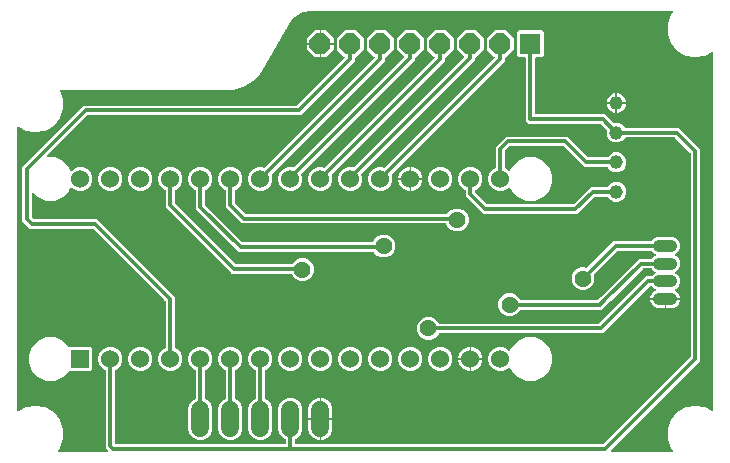
<source format=gbr>
G04 EAGLE Gerber RS-274X export*
G75*
%MOMM*%
%FSLAX34Y34*%
%LPD*%
%INBottom Copper*%
%IPPOS*%
%AMOC8*
5,1,8,0,0,1.08239X$1,22.5*%
G01*
G04 Define Apertures*
%ADD10R,1.524000X1.524000*%
%ADD11C,1.524000*%
%ADD12C,1.524000*%
%ADD13C,1.148000*%
%ADD14C,1.008000*%
%ADD15C,1.430000*%
%ADD16P,1.92449X8X292.5*%
%ADD17R,1.778000X1.778000*%
%ADD18C,0.304800*%
G36*
X48450Y-53280D02*
X48700Y-53108D01*
X48864Y-52853D01*
X48915Y-52554D01*
X48845Y-52259D01*
X48692Y-52039D01*
X46736Y-50083D01*
X46736Y15577D01*
X46676Y15874D01*
X46504Y16124D01*
X46266Y16281D01*
X45045Y16787D01*
X42187Y19645D01*
X40640Y23379D01*
X40640Y27421D01*
X42187Y31155D01*
X45045Y34013D01*
X48779Y35560D01*
X52821Y35560D01*
X56555Y34013D01*
X59413Y31155D01*
X60960Y27421D01*
X60960Y23379D01*
X59413Y19645D01*
X56555Y16787D01*
X55334Y16281D01*
X55083Y16112D01*
X54917Y15857D01*
X54864Y15577D01*
X54864Y-45974D01*
X54924Y-46271D01*
X55096Y-46521D01*
X55351Y-46685D01*
X55626Y-46736D01*
X198374Y-46736D01*
X198671Y-46676D01*
X198921Y-46504D01*
X199085Y-46249D01*
X199136Y-45974D01*
X199136Y-42843D01*
X199076Y-42546D01*
X198904Y-42296D01*
X198666Y-42139D01*
X197445Y-41633D01*
X194587Y-38775D01*
X193040Y-35041D01*
X193040Y-15759D01*
X194587Y-12025D01*
X197445Y-9167D01*
X201179Y-7620D01*
X205221Y-7620D01*
X208955Y-9167D01*
X211813Y-12025D01*
X213360Y-15759D01*
X213360Y-35041D01*
X211813Y-38775D01*
X208955Y-41633D01*
X207734Y-42139D01*
X207483Y-42308D01*
X207317Y-42563D01*
X207264Y-42843D01*
X207264Y-45974D01*
X207324Y-46271D01*
X207496Y-46521D01*
X207751Y-46685D01*
X208026Y-46736D01*
X467901Y-46736D01*
X468198Y-46676D01*
X468440Y-46513D01*
X541813Y26860D01*
X541980Y27113D01*
X542036Y27399D01*
X542036Y199368D01*
X541976Y199666D01*
X541813Y199907D01*
X529027Y212693D01*
X528774Y212860D01*
X528488Y212916D01*
X486988Y212916D01*
X486691Y212856D01*
X486441Y212684D01*
X486284Y212446D01*
X486219Y212290D01*
X483890Y209961D01*
X480847Y208700D01*
X477553Y208700D01*
X474510Y209961D01*
X472181Y212290D01*
X470920Y215333D01*
X470920Y218627D01*
X470985Y218783D01*
X471043Y219081D01*
X470980Y219377D01*
X470819Y219613D01*
X466120Y224313D01*
X465867Y224480D01*
X465581Y224536D01*
X404717Y224536D01*
X402336Y226917D01*
X402336Y279908D01*
X402276Y280205D01*
X402104Y280455D01*
X401849Y280619D01*
X401574Y280670D01*
X396458Y280670D01*
X394970Y282158D01*
X394970Y302042D01*
X396458Y303530D01*
X416342Y303530D01*
X417830Y302042D01*
X417830Y282158D01*
X416342Y280670D01*
X411226Y280670D01*
X410929Y280610D01*
X410679Y280438D01*
X410515Y280183D01*
X410464Y279908D01*
X410464Y233426D01*
X410524Y233129D01*
X410696Y232879D01*
X410951Y232715D01*
X411226Y232664D01*
X469263Y232664D01*
X476567Y225361D01*
X476820Y225193D01*
X477118Y225138D01*
X477397Y225195D01*
X477553Y225260D01*
X480847Y225260D01*
X483890Y223999D01*
X486219Y221670D01*
X486284Y221514D01*
X486454Y221263D01*
X486708Y221097D01*
X486988Y221044D01*
X532171Y221044D01*
X550164Y203051D01*
X550164Y23717D01*
X474408Y-52039D01*
X474241Y-52292D01*
X474185Y-52590D01*
X474250Y-52886D01*
X474426Y-53134D01*
X474684Y-53293D01*
X474947Y-53340D01*
X526417Y-53340D01*
X526715Y-53280D01*
X526965Y-53108D01*
X527128Y-52853D01*
X527179Y-52554D01*
X527109Y-52259D01*
X527001Y-52088D01*
X525327Y-50093D01*
X522478Y-42265D01*
X522478Y-33935D01*
X525327Y-26107D01*
X530682Y-19725D01*
X537896Y-15560D01*
X546100Y-14114D01*
X554304Y-15560D01*
X559997Y-18847D01*
X560285Y-18943D01*
X560587Y-18920D01*
X560856Y-18780D01*
X561050Y-18547D01*
X561140Y-18187D01*
X561140Y284887D01*
X561080Y285184D01*
X560908Y285435D01*
X560653Y285598D01*
X560354Y285649D01*
X559997Y285547D01*
X554304Y282260D01*
X546100Y280814D01*
X537896Y282260D01*
X530682Y286425D01*
X525327Y292807D01*
X522478Y300635D01*
X522478Y308965D01*
X525327Y316793D01*
X527001Y318788D01*
X527146Y319055D01*
X527175Y319357D01*
X527085Y319646D01*
X526888Y319877D01*
X526617Y320013D01*
X526417Y320040D01*
X231024Y320040D01*
X230850Y320020D01*
X230108Y319847D01*
X228995Y320030D01*
X228871Y320040D01*
X227744Y320040D01*
X227508Y320138D01*
X227227Y320195D01*
X219593Y320297D01*
X219368Y320266D01*
X211303Y317892D01*
X211097Y317796D01*
X205057Y313786D01*
X204820Y313535D01*
X178892Y269057D01*
X178818Y268883D01*
X178637Y268253D01*
X177870Y267287D01*
X177808Y267197D01*
X177187Y266131D01*
X176665Y265734D01*
X176530Y265602D01*
X174039Y262468D01*
X165173Y256410D01*
X154913Y253240D01*
X9180Y253240D01*
X8883Y253180D01*
X8633Y253008D01*
X8470Y252753D01*
X8419Y252454D01*
X8464Y252217D01*
X10922Y245465D01*
X10922Y237135D01*
X8073Y229307D01*
X2718Y222925D01*
X-4496Y218760D01*
X-12700Y217314D01*
X-20904Y218760D01*
X-26797Y222163D01*
X-27085Y222259D01*
X-27387Y222235D01*
X-27656Y222096D01*
X-27850Y221862D01*
X-27940Y221503D01*
X-27940Y-18303D01*
X-27880Y-18600D01*
X-27708Y-18850D01*
X-27453Y-19013D01*
X-27154Y-19064D01*
X-26797Y-18963D01*
X-20904Y-15560D01*
X-12700Y-14114D01*
X-4496Y-15560D01*
X2718Y-19725D01*
X8073Y-26107D01*
X10922Y-33935D01*
X10922Y-42265D01*
X8073Y-50093D01*
X6399Y-52088D01*
X6254Y-52355D01*
X6225Y-52657D01*
X6315Y-52946D01*
X6512Y-53177D01*
X6783Y-53313D01*
X6983Y-53340D01*
X48153Y-53340D01*
X48450Y-53280D01*
G37*
%LPC*%
G36*
X201179Y167640D02*
X197445Y169187D01*
X194587Y172045D01*
X193040Y175779D01*
X193040Y179821D01*
X194587Y183555D01*
X197445Y186413D01*
X201179Y187960D01*
X205221Y187960D01*
X205723Y187752D01*
X206021Y187694D01*
X206318Y187757D01*
X206554Y187917D01*
X299147Y280511D01*
X299315Y280764D01*
X299370Y281062D01*
X299305Y281358D01*
X299147Y281588D01*
X293370Y287366D01*
X293370Y296834D01*
X300066Y303530D01*
X309534Y303530D01*
X316230Y296834D01*
X316230Y287366D01*
X309511Y280647D01*
X309329Y280610D01*
X309079Y280438D01*
X308915Y280183D01*
X308864Y279908D01*
X308864Y278733D01*
X212722Y182591D01*
X212554Y182338D01*
X212499Y182040D01*
X212557Y181760D01*
X213360Y179821D01*
X213360Y175779D01*
X211813Y172045D01*
X208955Y169187D01*
X205221Y167640D01*
X201179Y167640D01*
G37*
G36*
X217170Y292862D02*
X217170Y296834D01*
X223866Y303530D01*
X227838Y303530D01*
X227838Y292862D01*
X217170Y292862D01*
G37*
G36*
X175779Y167640D02*
X172045Y169187D01*
X169187Y172045D01*
X167640Y175779D01*
X167640Y179821D01*
X169187Y183555D01*
X172045Y186413D01*
X175779Y187960D01*
X179821Y187960D01*
X181042Y187454D01*
X181339Y187396D01*
X181636Y187459D01*
X181872Y187620D01*
X274255Y280003D01*
X274423Y280256D01*
X274478Y280554D01*
X274413Y280850D01*
X274255Y281080D01*
X267970Y287366D01*
X267970Y296834D01*
X274666Y303530D01*
X284134Y303530D01*
X290830Y296834D01*
X290830Y287366D01*
X284111Y280647D01*
X283929Y280610D01*
X283679Y280438D01*
X283515Y280183D01*
X283464Y279908D01*
X283464Y277717D01*
X187620Y181872D01*
X187452Y181619D01*
X187396Y181321D01*
X187454Y181042D01*
X187960Y179821D01*
X187960Y175779D01*
X186413Y172045D01*
X183555Y169187D01*
X179821Y167640D01*
X175779Y167640D01*
G37*
G36*
X229362Y292862D02*
X229362Y303530D01*
X233334Y303530D01*
X240030Y296834D01*
X240030Y292862D01*
X229362Y292862D01*
G37*
G36*
X277379Y167640D02*
X273645Y169187D01*
X270787Y172045D01*
X269240Y175779D01*
X269240Y179821D01*
X270787Y183555D01*
X273645Y186413D01*
X277379Y187960D01*
X281421Y187960D01*
X282642Y187454D01*
X282939Y187396D01*
X283236Y187459D01*
X283472Y187620D01*
X375855Y280003D01*
X376023Y280256D01*
X376078Y280554D01*
X376013Y280850D01*
X375855Y281080D01*
X369570Y287366D01*
X369570Y296834D01*
X376266Y303530D01*
X385734Y303530D01*
X392430Y296834D01*
X392430Y287366D01*
X385711Y280647D01*
X385529Y280610D01*
X385279Y280438D01*
X385115Y280183D01*
X385064Y279908D01*
X385064Y277717D01*
X289220Y181872D01*
X289052Y181619D01*
X288996Y181321D01*
X289054Y181042D01*
X289560Y179821D01*
X289560Y175779D01*
X288013Y172045D01*
X285155Y169187D01*
X281421Y167640D01*
X277379Y167640D01*
G37*
G36*
X251979Y167640D02*
X248245Y169187D01*
X245387Y172045D01*
X243840Y175779D01*
X243840Y179821D01*
X245387Y183555D01*
X248245Y186413D01*
X251979Y187960D01*
X256021Y187960D01*
X256523Y187752D01*
X256821Y187694D01*
X257118Y187757D01*
X257354Y187917D01*
X349947Y280511D01*
X350115Y280764D01*
X350170Y281062D01*
X350105Y281358D01*
X349947Y281588D01*
X344170Y287366D01*
X344170Y296834D01*
X350866Y303530D01*
X360334Y303530D01*
X367030Y296834D01*
X367030Y287366D01*
X360311Y280647D01*
X360129Y280610D01*
X359879Y280438D01*
X359715Y280183D01*
X359664Y279908D01*
X359664Y278733D01*
X263522Y182591D01*
X263354Y182338D01*
X263299Y182040D01*
X263357Y181760D01*
X264160Y179821D01*
X264160Y175779D01*
X262613Y172045D01*
X259755Y169187D01*
X256021Y167640D01*
X251979Y167640D01*
G37*
G36*
X226579Y167640D02*
X222845Y169187D01*
X219987Y172045D01*
X218440Y175779D01*
X218440Y179821D01*
X219987Y183555D01*
X222845Y186413D01*
X226579Y187960D01*
X230621Y187960D01*
X231842Y187454D01*
X232139Y187396D01*
X232436Y187459D01*
X232672Y187620D01*
X325055Y280003D01*
X325223Y280256D01*
X325278Y280554D01*
X325213Y280850D01*
X325055Y281080D01*
X318770Y287366D01*
X318770Y296834D01*
X325466Y303530D01*
X334934Y303530D01*
X341630Y296834D01*
X341630Y287366D01*
X334911Y280647D01*
X334729Y280610D01*
X334479Y280438D01*
X334315Y280183D01*
X334264Y279908D01*
X334264Y277717D01*
X238420Y181872D01*
X238252Y181619D01*
X238196Y181321D01*
X238254Y181042D01*
X238760Y179821D01*
X238760Y175779D01*
X237213Y172045D01*
X234355Y169187D01*
X230621Y167640D01*
X226579Y167640D01*
G37*
G36*
X99579Y15240D02*
X95845Y16787D01*
X92987Y19645D01*
X91440Y23379D01*
X91440Y27421D01*
X92987Y31155D01*
X95845Y34013D01*
X97066Y34519D01*
X97317Y34688D01*
X97483Y34943D01*
X97536Y35223D01*
X97536Y74201D01*
X97476Y74498D01*
X97313Y74740D01*
X36640Y135413D01*
X36387Y135580D01*
X36101Y135636D01*
X-17174Y135636D01*
X-23998Y142460D01*
X-23998Y187740D01*
X28160Y239898D01*
X208435Y239898D01*
X208732Y239958D01*
X208974Y240121D01*
X248855Y280003D01*
X249023Y280256D01*
X249078Y280554D01*
X249013Y280850D01*
X248855Y281080D01*
X242570Y287366D01*
X242570Y296834D01*
X249266Y303530D01*
X258734Y303530D01*
X265430Y296834D01*
X265430Y287366D01*
X258711Y280647D01*
X258529Y280610D01*
X258279Y280438D01*
X258115Y280183D01*
X258064Y279908D01*
X258064Y277717D01*
X212117Y231770D01*
X31842Y231770D01*
X31545Y231710D01*
X31303Y231547D01*
X-2733Y197511D01*
X-2900Y197258D01*
X-2956Y196960D01*
X-2891Y196664D01*
X-2715Y196416D01*
X-2457Y196257D01*
X-2194Y196210D01*
X3662Y196210D01*
X10428Y193407D01*
X15607Y188228D01*
X16885Y185144D01*
X17055Y184892D01*
X17309Y184727D01*
X17607Y184673D01*
X17903Y184741D01*
X18128Y184896D01*
X19645Y186413D01*
X23379Y187960D01*
X27421Y187960D01*
X31155Y186413D01*
X34013Y183555D01*
X35560Y179821D01*
X35560Y175779D01*
X34013Y172045D01*
X31155Y169187D01*
X27421Y167640D01*
X23379Y167640D01*
X19645Y169187D01*
X18128Y170704D01*
X17875Y170871D01*
X17577Y170927D01*
X17281Y170862D01*
X17033Y170686D01*
X16885Y170457D01*
X15607Y167372D01*
X10428Y162193D01*
X3662Y159390D01*
X-3662Y159390D01*
X-10428Y162193D01*
X-14569Y166334D01*
X-14822Y166501D01*
X-15120Y166557D01*
X-15416Y166492D01*
X-15664Y166316D01*
X-15823Y166058D01*
X-15870Y165795D01*
X-15870Y146142D01*
X-15810Y145845D01*
X-15647Y145603D01*
X-14031Y143987D01*
X-13778Y143820D01*
X-13492Y143764D01*
X39783Y143764D01*
X105664Y77883D01*
X105664Y35223D01*
X105724Y34926D01*
X105896Y34676D01*
X106134Y34519D01*
X107355Y34013D01*
X110213Y31155D01*
X111760Y27421D01*
X111760Y23379D01*
X110213Y19645D01*
X107355Y16787D01*
X103621Y15240D01*
X99579Y15240D01*
G37*
G36*
X229362Y280670D02*
X229362Y291338D01*
X240030Y291338D01*
X240030Y287366D01*
X233334Y280670D01*
X229362Y280670D01*
G37*
G36*
X223866Y280670D02*
X217170Y287366D01*
X217170Y291338D01*
X227838Y291338D01*
X227838Y280670D01*
X223866Y280670D01*
G37*
G36*
X470920Y242742D02*
X470920Y243627D01*
X472181Y246670D01*
X474510Y248999D01*
X477553Y250260D01*
X478438Y250260D01*
X478438Y242742D01*
X470920Y242742D01*
G37*
G36*
X479962Y242742D02*
X479962Y250260D01*
X480847Y250260D01*
X483890Y248999D01*
X486219Y246670D01*
X487480Y243627D01*
X487480Y242742D01*
X479962Y242742D01*
G37*
G36*
X477553Y233700D02*
X474510Y234961D01*
X472181Y237290D01*
X470920Y240333D01*
X470920Y241218D01*
X478438Y241218D01*
X478438Y233700D01*
X477553Y233700D01*
G37*
G36*
X479962Y233700D02*
X479962Y241218D01*
X487480Y241218D01*
X487480Y240333D01*
X486219Y237290D01*
X483890Y234961D01*
X480847Y233700D01*
X479962Y233700D01*
G37*
G36*
X402738Y159390D02*
X395972Y162193D01*
X390793Y167372D01*
X389515Y170457D01*
X389345Y170708D01*
X389091Y170873D01*
X388793Y170927D01*
X388497Y170859D01*
X388272Y170704D01*
X386755Y169187D01*
X383021Y167640D01*
X378979Y167640D01*
X375245Y169187D01*
X372387Y172045D01*
X370840Y175779D01*
X370840Y179821D01*
X372387Y183555D01*
X375245Y186413D01*
X376466Y186919D01*
X376717Y187088D01*
X376883Y187343D01*
X376936Y187623D01*
X376936Y205127D01*
X385545Y213736D01*
X437791Y213736D01*
X455260Y196267D01*
X455513Y196100D01*
X455799Y196044D01*
X471412Y196044D01*
X471709Y196104D01*
X471959Y196276D01*
X472116Y196514D01*
X472181Y196670D01*
X474510Y198999D01*
X477553Y200260D01*
X480847Y200260D01*
X483890Y198999D01*
X486219Y196670D01*
X487480Y193627D01*
X487480Y190333D01*
X486219Y187290D01*
X483890Y184961D01*
X480847Y183700D01*
X477553Y183700D01*
X474510Y184961D01*
X472181Y187290D01*
X472116Y187446D01*
X471947Y187697D01*
X471692Y187863D01*
X471412Y187916D01*
X452117Y187916D01*
X434648Y205385D01*
X434395Y205552D01*
X434109Y205608D01*
X389227Y205608D01*
X388930Y205548D01*
X388688Y205385D01*
X385287Y201984D01*
X385120Y201731D01*
X385064Y201445D01*
X385064Y187623D01*
X385124Y187326D01*
X385296Y187076D01*
X385534Y186919D01*
X386755Y186413D01*
X388272Y184896D01*
X388525Y184729D01*
X388823Y184673D01*
X389119Y184738D01*
X389367Y184914D01*
X389515Y185144D01*
X390793Y188228D01*
X395972Y193407D01*
X402738Y196210D01*
X410062Y196210D01*
X416828Y193407D01*
X422007Y188228D01*
X424810Y181462D01*
X424810Y174138D01*
X422007Y167372D01*
X416828Y162193D01*
X410062Y159390D01*
X402738Y159390D01*
G37*
G36*
X48779Y167640D02*
X45045Y169187D01*
X42187Y172045D01*
X40640Y175779D01*
X40640Y179821D01*
X42187Y183555D01*
X45045Y186413D01*
X48779Y187960D01*
X52821Y187960D01*
X56555Y186413D01*
X59413Y183555D01*
X60960Y179821D01*
X60960Y175779D01*
X59413Y172045D01*
X56555Y169187D01*
X52821Y167640D01*
X48779Y167640D01*
G37*
G36*
X305562Y178562D02*
X305562Y187960D01*
X306821Y187960D01*
X310555Y186413D01*
X313413Y183555D01*
X314960Y179821D01*
X314960Y178562D01*
X305562Y178562D01*
G37*
G36*
X328179Y167640D02*
X324445Y169187D01*
X321587Y172045D01*
X320040Y175779D01*
X320040Y179821D01*
X321587Y183555D01*
X324445Y186413D01*
X328179Y187960D01*
X332221Y187960D01*
X335955Y186413D01*
X338813Y183555D01*
X340360Y179821D01*
X340360Y175779D01*
X338813Y172045D01*
X335955Y169187D01*
X332221Y167640D01*
X328179Y167640D01*
G37*
G36*
X211482Y91360D02*
X207920Y92835D01*
X205194Y95561D01*
X204571Y97066D01*
X204402Y97317D01*
X204147Y97483D01*
X203867Y97536D01*
X153765Y97536D01*
X97536Y153765D01*
X97536Y167977D01*
X97476Y168274D01*
X97304Y168524D01*
X97066Y168681D01*
X95845Y169187D01*
X92987Y172045D01*
X91440Y175779D01*
X91440Y179821D01*
X92987Y183555D01*
X95845Y186413D01*
X99579Y187960D01*
X103621Y187960D01*
X107355Y186413D01*
X110213Y183555D01*
X111760Y179821D01*
X111760Y175779D01*
X110213Y172045D01*
X107355Y169187D01*
X106134Y168681D01*
X105883Y168512D01*
X105717Y168257D01*
X105664Y167977D01*
X105664Y157447D01*
X105724Y157150D01*
X105887Y156908D01*
X156908Y105887D01*
X157161Y105720D01*
X157447Y105664D01*
X204323Y105664D01*
X204620Y105724D01*
X204870Y105896D01*
X205027Y106134D01*
X205194Y106539D01*
X207920Y109265D01*
X211482Y110740D01*
X215337Y110740D01*
X218898Y109265D01*
X221624Y106539D01*
X223099Y102977D01*
X223099Y99122D01*
X221624Y95561D01*
X218898Y92835D01*
X215337Y91360D01*
X211482Y91360D01*
G37*
G36*
X74179Y167640D02*
X70445Y169187D01*
X67587Y172045D01*
X66040Y175779D01*
X66040Y179821D01*
X67587Y183555D01*
X70445Y186413D01*
X74179Y187960D01*
X78221Y187960D01*
X81955Y186413D01*
X84813Y183555D01*
X86360Y179821D01*
X86360Y175779D01*
X84813Y172045D01*
X81955Y169187D01*
X78221Y167640D01*
X74179Y167640D01*
G37*
G36*
X294640Y178562D02*
X294640Y179821D01*
X296187Y183555D01*
X299045Y186413D01*
X302779Y187960D01*
X304038Y187960D01*
X304038Y178562D01*
X294640Y178562D01*
G37*
G36*
X280374Y111310D02*
X276812Y112785D01*
X274086Y115511D01*
X273941Y115862D01*
X273772Y116113D01*
X273517Y116279D01*
X273237Y116332D01*
X159353Y116332D01*
X122936Y152749D01*
X122936Y167977D01*
X122876Y168274D01*
X122704Y168524D01*
X122466Y168681D01*
X121245Y169187D01*
X118387Y172045D01*
X116840Y175779D01*
X116840Y179821D01*
X118387Y183555D01*
X121245Y186413D01*
X124979Y187960D01*
X129021Y187960D01*
X132755Y186413D01*
X135613Y183555D01*
X137160Y179821D01*
X137160Y175779D01*
X135613Y172045D01*
X132755Y169187D01*
X131534Y168681D01*
X131283Y168512D01*
X131117Y168257D01*
X131064Y167977D01*
X131064Y156431D01*
X131124Y156134D01*
X131287Y155892D01*
X162496Y124683D01*
X162749Y124516D01*
X163035Y124460D01*
X272737Y124460D01*
X273034Y124520D01*
X273284Y124692D01*
X273441Y124930D01*
X274086Y126489D01*
X276812Y129215D01*
X280374Y130690D01*
X284229Y130690D01*
X287790Y129215D01*
X290516Y126489D01*
X291991Y122927D01*
X291991Y119072D01*
X290516Y115511D01*
X287790Y112785D01*
X284229Y111310D01*
X280374Y111310D01*
G37*
G36*
X366617Y148336D02*
X351536Y163417D01*
X351536Y167977D01*
X351476Y168274D01*
X351304Y168524D01*
X351066Y168681D01*
X349845Y169187D01*
X346987Y172045D01*
X345440Y175779D01*
X345440Y179821D01*
X346987Y183555D01*
X349845Y186413D01*
X353579Y187960D01*
X357621Y187960D01*
X361355Y186413D01*
X364213Y183555D01*
X365760Y179821D01*
X365760Y175779D01*
X364213Y172045D01*
X361355Y169187D01*
X360134Y168681D01*
X359883Y168512D01*
X359717Y168257D01*
X359664Y167977D01*
X359664Y167099D01*
X359724Y166802D01*
X359887Y166560D01*
X369760Y156687D01*
X370013Y156520D01*
X370299Y156464D01*
X442501Y156464D01*
X442798Y156524D01*
X443040Y156687D01*
X457397Y171044D01*
X471412Y171044D01*
X471709Y171104D01*
X471959Y171276D01*
X472116Y171514D01*
X472181Y171670D01*
X474510Y173999D01*
X477553Y175260D01*
X480847Y175260D01*
X483890Y173999D01*
X486219Y171670D01*
X487480Y168627D01*
X487480Y165333D01*
X486219Y162290D01*
X483890Y159961D01*
X480847Y158700D01*
X477553Y158700D01*
X474510Y159961D01*
X472181Y162290D01*
X472116Y162446D01*
X471947Y162697D01*
X471692Y162863D01*
X471412Y162916D01*
X461079Y162916D01*
X460782Y162856D01*
X460540Y162693D01*
X446183Y148336D01*
X366617Y148336D01*
G37*
G36*
X342419Y133398D02*
X338858Y134873D01*
X336132Y137599D01*
X335246Y139738D01*
X335077Y139989D01*
X334823Y140155D01*
X334542Y140208D01*
X161893Y140208D01*
X148336Y153765D01*
X148336Y167977D01*
X148276Y168274D01*
X148104Y168524D01*
X147866Y168681D01*
X146645Y169187D01*
X143787Y172045D01*
X142240Y175779D01*
X142240Y179821D01*
X143787Y183555D01*
X146645Y186413D01*
X150379Y187960D01*
X154421Y187960D01*
X158155Y186413D01*
X161013Y183555D01*
X162560Y179821D01*
X162560Y175779D01*
X161013Y172045D01*
X158155Y169187D01*
X156934Y168681D01*
X156683Y168512D01*
X156517Y168257D01*
X156464Y167977D01*
X156464Y157447D01*
X156524Y157150D01*
X156687Y156908D01*
X165036Y148559D01*
X165289Y148392D01*
X165575Y148336D01*
X335576Y148336D01*
X335873Y148396D01*
X336115Y148559D01*
X338858Y151303D01*
X342419Y152778D01*
X346274Y152778D01*
X349836Y151303D01*
X352562Y148577D01*
X354037Y145015D01*
X354037Y141160D01*
X352562Y137599D01*
X349836Y134873D01*
X346274Y133398D01*
X342419Y133398D01*
G37*
G36*
X302779Y167640D02*
X299045Y169187D01*
X296187Y172045D01*
X294640Y175779D01*
X294640Y177038D01*
X304038Y177038D01*
X304038Y167640D01*
X302779Y167640D01*
G37*
G36*
X305562Y167640D02*
X305562Y177038D01*
X314960Y177038D01*
X314960Y175779D01*
X313413Y172045D01*
X310555Y169187D01*
X306821Y167640D01*
X305562Y167640D01*
G37*
G36*
X318063Y41660D02*
X314502Y43135D01*
X311776Y45861D01*
X310301Y49423D01*
X310301Y53278D01*
X311776Y56839D01*
X314502Y59565D01*
X318063Y61040D01*
X321918Y61040D01*
X325480Y59565D01*
X328206Y56839D01*
X328601Y55884D01*
X328771Y55633D01*
X329025Y55467D01*
X329305Y55414D01*
X464314Y55414D01*
X464611Y55474D01*
X464852Y55637D01*
X504479Y95264D01*
X508689Y95264D01*
X508986Y95324D01*
X509227Y95487D01*
X511366Y97626D01*
X512260Y97996D01*
X512511Y98166D01*
X512676Y98420D01*
X512730Y98718D01*
X512662Y99014D01*
X512485Y99260D01*
X512260Y99404D01*
X511366Y99774D01*
X509227Y101913D01*
X508975Y102080D01*
X508689Y102136D01*
X501899Y102136D01*
X501602Y102076D01*
X501360Y101913D01*
X474270Y74823D01*
X474107Y74577D01*
X466766Y67236D01*
X398197Y67236D01*
X397900Y67176D01*
X397650Y67004D01*
X397493Y66766D01*
X397098Y65811D01*
X394372Y63085D01*
X390810Y61610D01*
X386955Y61610D01*
X383394Y63085D01*
X380668Y65811D01*
X379193Y69373D01*
X379193Y73227D01*
X380668Y76789D01*
X383394Y79515D01*
X386955Y80990D01*
X390810Y80990D01*
X394372Y79515D01*
X397098Y76789D01*
X397493Y75834D01*
X397663Y75583D01*
X397917Y75417D01*
X398197Y75364D01*
X463084Y75364D01*
X463381Y75424D01*
X463623Y75587D01*
X465613Y77577D01*
X465775Y77823D01*
X498217Y110264D01*
X508689Y110264D01*
X508986Y110324D01*
X509227Y110487D01*
X511366Y112626D01*
X512260Y112996D01*
X512511Y113166D01*
X512676Y113420D01*
X512730Y113718D01*
X512662Y114014D01*
X512485Y114260D01*
X512260Y114404D01*
X511366Y114774D01*
X509227Y116913D01*
X508975Y117080D01*
X508689Y117136D01*
X480740Y117136D01*
X480443Y117076D01*
X480201Y116913D01*
X460389Y97100D01*
X460221Y96847D01*
X460165Y96549D01*
X460223Y96270D01*
X460619Y95315D01*
X460619Y91460D01*
X459143Y87899D01*
X456418Y85173D01*
X452856Y83698D01*
X449001Y83698D01*
X445440Y85173D01*
X442714Y87899D01*
X441239Y91460D01*
X441239Y95315D01*
X442714Y98877D01*
X445440Y101603D01*
X449001Y103078D01*
X452856Y103078D01*
X453811Y102682D01*
X454108Y102625D01*
X454405Y102687D01*
X454641Y102848D01*
X477057Y125264D01*
X508689Y125264D01*
X508986Y125324D01*
X509227Y125487D01*
X511366Y127626D01*
X514152Y128780D01*
X527248Y128780D01*
X530034Y127626D01*
X532166Y125494D01*
X533320Y122708D01*
X533320Y119692D01*
X532166Y116906D01*
X530034Y114774D01*
X529141Y114404D01*
X528889Y114235D01*
X528724Y113980D01*
X528670Y113682D01*
X528738Y113386D01*
X528915Y113140D01*
X529141Y112996D01*
X530034Y112626D01*
X532166Y110494D01*
X533320Y107708D01*
X533320Y104692D01*
X532166Y101906D01*
X530034Y99774D01*
X529141Y99404D01*
X528889Y99235D01*
X528724Y98980D01*
X528670Y98682D01*
X528738Y98386D01*
X528915Y98140D01*
X529141Y97996D01*
X530034Y97626D01*
X532166Y95494D01*
X533320Y92708D01*
X533320Y89692D01*
X532166Y86906D01*
X530034Y84774D01*
X529141Y84404D01*
X528889Y84235D01*
X528724Y83980D01*
X528670Y83682D01*
X528738Y83386D01*
X528915Y83140D01*
X529141Y82996D01*
X530034Y82626D01*
X532166Y80494D01*
X533320Y77708D01*
X533320Y76962D01*
X508080Y76962D01*
X508080Y77708D01*
X509234Y80494D01*
X511366Y82626D01*
X512260Y82996D01*
X512511Y83166D01*
X512676Y83420D01*
X512730Y83718D01*
X512662Y84014D01*
X512485Y84260D01*
X512260Y84404D01*
X511366Y84774D01*
X509227Y86913D01*
X508975Y87080D01*
X508689Y87136D01*
X508162Y87136D01*
X507864Y87076D01*
X507623Y86913D01*
X467996Y47286D01*
X329305Y47286D01*
X329008Y47226D01*
X328758Y47054D01*
X328601Y46816D01*
X328206Y45861D01*
X325480Y43135D01*
X321918Y41660D01*
X318063Y41660D01*
G37*
G36*
X521462Y68620D02*
X521462Y75438D01*
X533320Y75438D01*
X533320Y74692D01*
X532166Y71906D01*
X530034Y69774D01*
X527248Y68620D01*
X521462Y68620D01*
G37*
G36*
X514152Y68620D02*
X511366Y69774D01*
X509234Y71906D01*
X508080Y74692D01*
X508080Y75438D01*
X519938Y75438D01*
X519938Y68620D01*
X514152Y68620D01*
G37*
G36*
X402738Y6990D02*
X395972Y9793D01*
X390793Y14972D01*
X389515Y18057D01*
X389345Y18308D01*
X389091Y18473D01*
X388793Y18527D01*
X388497Y18459D01*
X388272Y18304D01*
X386755Y16787D01*
X383021Y15240D01*
X378979Y15240D01*
X375245Y16787D01*
X372387Y19645D01*
X370840Y23379D01*
X370840Y27421D01*
X372387Y31155D01*
X375245Y34013D01*
X378979Y35560D01*
X383021Y35560D01*
X386755Y34013D01*
X388272Y32496D01*
X388525Y32329D01*
X388823Y32273D01*
X389119Y32338D01*
X389367Y32514D01*
X389515Y32744D01*
X390793Y35828D01*
X395972Y41007D01*
X402738Y43810D01*
X410062Y43810D01*
X416828Y41007D01*
X422007Y35828D01*
X424810Y29062D01*
X424810Y21738D01*
X422007Y14972D01*
X416828Y9793D01*
X410062Y6990D01*
X402738Y6990D01*
G37*
G36*
X-3662Y6990D02*
X-10428Y9793D01*
X-15607Y14972D01*
X-18410Y21738D01*
X-18410Y29062D01*
X-15607Y35828D01*
X-10428Y41007D01*
X-3662Y43810D01*
X3662Y43810D01*
X10428Y41007D01*
X15664Y35772D01*
X15747Y35648D01*
X16001Y35483D01*
X16300Y35430D01*
X16596Y35497D01*
X16687Y35560D01*
X34072Y35560D01*
X35560Y34072D01*
X35560Y16728D01*
X34072Y15240D01*
X16681Y15240D01*
X16568Y15315D01*
X16270Y15371D01*
X15973Y15305D01*
X15726Y15130D01*
X15654Y15018D01*
X10428Y9793D01*
X3662Y6990D01*
X-3662Y6990D01*
G37*
G36*
X328179Y15240D02*
X324445Y16787D01*
X321587Y19645D01*
X320040Y23379D01*
X320040Y27421D01*
X321587Y31155D01*
X324445Y34013D01*
X328179Y35560D01*
X332221Y35560D01*
X335955Y34013D01*
X338813Y31155D01*
X340360Y27421D01*
X340360Y23379D01*
X338813Y19645D01*
X335955Y16787D01*
X332221Y15240D01*
X328179Y15240D01*
G37*
G36*
X277379Y15240D02*
X273645Y16787D01*
X270787Y19645D01*
X269240Y23379D01*
X269240Y27421D01*
X270787Y31155D01*
X273645Y34013D01*
X277379Y35560D01*
X281421Y35560D01*
X285155Y34013D01*
X288013Y31155D01*
X289560Y27421D01*
X289560Y23379D01*
X288013Y19645D01*
X285155Y16787D01*
X281421Y15240D01*
X277379Y15240D01*
G37*
G36*
X302779Y15240D02*
X299045Y16787D01*
X296187Y19645D01*
X294640Y23379D01*
X294640Y27421D01*
X296187Y31155D01*
X299045Y34013D01*
X302779Y35560D01*
X306821Y35560D01*
X310555Y34013D01*
X313413Y31155D01*
X314960Y27421D01*
X314960Y23379D01*
X313413Y19645D01*
X310555Y16787D01*
X306821Y15240D01*
X302779Y15240D01*
G37*
G36*
X345440Y26162D02*
X345440Y27421D01*
X346987Y31155D01*
X349845Y34013D01*
X353579Y35560D01*
X354838Y35560D01*
X354838Y26162D01*
X345440Y26162D01*
G37*
G36*
X251979Y15240D02*
X248245Y16787D01*
X245387Y19645D01*
X243840Y23379D01*
X243840Y27421D01*
X245387Y31155D01*
X248245Y34013D01*
X251979Y35560D01*
X256021Y35560D01*
X259755Y34013D01*
X262613Y31155D01*
X264160Y27421D01*
X264160Y23379D01*
X262613Y19645D01*
X259755Y16787D01*
X256021Y15240D01*
X251979Y15240D01*
G37*
G36*
X226579Y15240D02*
X222845Y16787D01*
X219987Y19645D01*
X218440Y23379D01*
X218440Y27421D01*
X219987Y31155D01*
X222845Y34013D01*
X226579Y35560D01*
X230621Y35560D01*
X234355Y34013D01*
X237213Y31155D01*
X238760Y27421D01*
X238760Y23379D01*
X237213Y19645D01*
X234355Y16787D01*
X230621Y15240D01*
X226579Y15240D01*
G37*
G36*
X201179Y15240D02*
X197445Y16787D01*
X194587Y19645D01*
X193040Y23379D01*
X193040Y27421D01*
X194587Y31155D01*
X197445Y34013D01*
X201179Y35560D01*
X205221Y35560D01*
X208955Y34013D01*
X211813Y31155D01*
X213360Y27421D01*
X213360Y23379D01*
X211813Y19645D01*
X208955Y16787D01*
X205221Y15240D01*
X201179Y15240D01*
G37*
G36*
X175779Y-43180D02*
X172045Y-41633D01*
X169187Y-38775D01*
X167640Y-35041D01*
X167640Y-15759D01*
X169187Y-12025D01*
X172045Y-9167D01*
X173266Y-8661D01*
X173517Y-8492D01*
X173683Y-8237D01*
X173736Y-7957D01*
X173736Y15577D01*
X173676Y15874D01*
X173504Y16124D01*
X173266Y16281D01*
X172045Y16787D01*
X169187Y19645D01*
X167640Y23379D01*
X167640Y27421D01*
X169187Y31155D01*
X172045Y34013D01*
X175779Y35560D01*
X179821Y35560D01*
X183555Y34013D01*
X186413Y31155D01*
X187960Y27421D01*
X187960Y23379D01*
X186413Y19645D01*
X183555Y16787D01*
X182334Y16281D01*
X182083Y16112D01*
X181917Y15857D01*
X181864Y15577D01*
X181864Y-7957D01*
X181924Y-8254D01*
X182096Y-8504D01*
X182334Y-8661D01*
X183555Y-9167D01*
X186413Y-12025D01*
X187960Y-15759D01*
X187960Y-35041D01*
X186413Y-38775D01*
X183555Y-41633D01*
X179821Y-43180D01*
X175779Y-43180D01*
G37*
G36*
X150379Y-43180D02*
X146645Y-41633D01*
X143787Y-38775D01*
X142240Y-35041D01*
X142240Y-15759D01*
X143787Y-12025D01*
X146645Y-9167D01*
X147866Y-8661D01*
X148117Y-8492D01*
X148283Y-8237D01*
X148336Y-7957D01*
X148336Y15577D01*
X148276Y15874D01*
X148104Y16124D01*
X147866Y16281D01*
X146645Y16787D01*
X143787Y19645D01*
X142240Y23379D01*
X142240Y27421D01*
X143787Y31155D01*
X146645Y34013D01*
X150379Y35560D01*
X154421Y35560D01*
X158155Y34013D01*
X161013Y31155D01*
X162560Y27421D01*
X162560Y23379D01*
X161013Y19645D01*
X158155Y16787D01*
X156934Y16281D01*
X156683Y16112D01*
X156517Y15857D01*
X156464Y15577D01*
X156464Y-7957D01*
X156524Y-8254D01*
X156696Y-8504D01*
X156934Y-8661D01*
X158155Y-9167D01*
X161013Y-12025D01*
X162560Y-15759D01*
X162560Y-35041D01*
X161013Y-38775D01*
X158155Y-41633D01*
X154421Y-43180D01*
X150379Y-43180D01*
G37*
G36*
X124979Y-43180D02*
X121245Y-41633D01*
X118387Y-38775D01*
X116840Y-35041D01*
X116840Y-15759D01*
X118387Y-12025D01*
X121245Y-9167D01*
X122466Y-8661D01*
X122717Y-8492D01*
X122883Y-8237D01*
X122936Y-7957D01*
X122936Y15577D01*
X122876Y15874D01*
X122704Y16124D01*
X122466Y16281D01*
X121245Y16787D01*
X118387Y19645D01*
X116840Y23379D01*
X116840Y27421D01*
X118387Y31155D01*
X121245Y34013D01*
X124979Y35560D01*
X129021Y35560D01*
X132755Y34013D01*
X135613Y31155D01*
X137160Y27421D01*
X137160Y23379D01*
X135613Y19645D01*
X132755Y16787D01*
X131534Y16281D01*
X131283Y16112D01*
X131117Y15857D01*
X131064Y15577D01*
X131064Y-7957D01*
X131124Y-8254D01*
X131296Y-8504D01*
X131534Y-8661D01*
X132755Y-9167D01*
X135613Y-12025D01*
X137160Y-15759D01*
X137160Y-35041D01*
X135613Y-38775D01*
X132755Y-41633D01*
X129021Y-43180D01*
X124979Y-43180D01*
G37*
G36*
X74179Y15240D02*
X70445Y16787D01*
X67587Y19645D01*
X66040Y23379D01*
X66040Y27421D01*
X67587Y31155D01*
X70445Y34013D01*
X74179Y35560D01*
X78221Y35560D01*
X81955Y34013D01*
X84813Y31155D01*
X86360Y27421D01*
X86360Y23379D01*
X84813Y19645D01*
X81955Y16787D01*
X78221Y15240D01*
X74179Y15240D01*
G37*
G36*
X356362Y26162D02*
X356362Y35560D01*
X357621Y35560D01*
X361355Y34013D01*
X364213Y31155D01*
X365760Y27421D01*
X365760Y26162D01*
X356362Y26162D01*
G37*
G36*
X356362Y15240D02*
X356362Y24638D01*
X365760Y24638D01*
X365760Y23379D01*
X364213Y19645D01*
X361355Y16787D01*
X357621Y15240D01*
X356362Y15240D01*
G37*
G36*
X353579Y15240D02*
X349845Y16787D01*
X346987Y19645D01*
X345440Y23379D01*
X345440Y24638D01*
X354838Y24638D01*
X354838Y15240D01*
X353579Y15240D01*
G37*
G36*
X218440Y-24638D02*
X218440Y-15759D01*
X219987Y-12025D01*
X222845Y-9167D01*
X226579Y-7620D01*
X227838Y-7620D01*
X227838Y-24638D01*
X218440Y-24638D01*
G37*
G36*
X229362Y-24638D02*
X229362Y-7620D01*
X230621Y-7620D01*
X234355Y-9167D01*
X237213Y-12025D01*
X238760Y-15759D01*
X238760Y-24638D01*
X229362Y-24638D01*
G37*
G36*
X229362Y-43180D02*
X229362Y-26162D01*
X238760Y-26162D01*
X238760Y-35041D01*
X237213Y-38775D01*
X234355Y-41633D01*
X230621Y-43180D01*
X229362Y-43180D01*
G37*
G36*
X226579Y-43180D02*
X222845Y-41633D01*
X219987Y-38775D01*
X218440Y-35041D01*
X218440Y-26162D01*
X227838Y-26162D01*
X227838Y-43180D01*
X226579Y-43180D01*
G37*
%LPD*%
D10*
X25400Y25400D03*
D11*
X50800Y25400D03*
X76200Y25400D03*
X101600Y25400D03*
X127000Y25400D03*
X152400Y25400D03*
X177800Y25400D03*
X203200Y25400D03*
X228600Y25400D03*
X254000Y25400D03*
X279400Y25400D03*
X304800Y25400D03*
X330200Y25400D03*
X355600Y25400D03*
X381000Y25400D03*
X381000Y177800D03*
X355600Y177800D03*
X330200Y177800D03*
X304800Y177800D03*
X279400Y177800D03*
X254000Y177800D03*
X228600Y177800D03*
X203200Y177800D03*
X177800Y177800D03*
X152400Y177800D03*
X127000Y177800D03*
X101600Y177800D03*
X76200Y177800D03*
X50800Y177800D03*
X25400Y177800D03*
D12*
X228600Y-17780D02*
X228600Y-33020D01*
X203200Y-33020D02*
X203200Y-17780D01*
X177800Y-17780D02*
X177800Y-33020D01*
X152400Y-33020D02*
X152400Y-17780D01*
X127000Y-17780D02*
X127000Y-33020D01*
D13*
X479200Y166980D03*
X479200Y191980D03*
X479200Y216980D03*
X479200Y241980D03*
D14*
X515660Y76200D02*
X525740Y76200D01*
X525740Y91200D02*
X515660Y91200D01*
X515660Y106200D02*
X525740Y106200D01*
X525740Y121200D02*
X515660Y121200D01*
D15*
X213409Y101050D03*
X319991Y51350D03*
X344347Y143088D03*
X450929Y93388D03*
X282301Y121000D03*
X388883Y71300D03*
D16*
X381000Y292100D03*
D17*
X406400Y292100D03*
D16*
X355600Y292100D03*
X330200Y292100D03*
X304800Y292100D03*
X279400Y292100D03*
X254000Y292100D03*
X228600Y292100D03*
D18*
X50800Y-48400D02*
X53200Y-50800D01*
X50800Y-48400D02*
X50800Y25400D01*
X53200Y-50800D02*
X203200Y-50800D01*
X203200Y-25400D01*
X467580Y228600D02*
X479200Y216980D01*
X467580Y228600D02*
X406400Y228600D01*
X530487Y216980D02*
X546100Y201367D01*
X530487Y216980D02*
X479200Y216980D01*
X546100Y201367D02*
X546100Y25400D01*
X469900Y-50800D02*
X203200Y-50800D01*
X469900Y-50800D02*
X546100Y25400D01*
X406400Y228600D02*
X406400Y292100D01*
X101600Y76200D02*
X101600Y25400D01*
X101600Y76200D02*
X38100Y139700D01*
X-15491Y139700D02*
X-19934Y144143D01*
X-15491Y139700D02*
X38100Y139700D01*
X210434Y235834D02*
X254000Y279400D01*
X-19934Y186057D02*
X-19934Y144143D01*
X29843Y235834D02*
X210434Y235834D01*
X29843Y235834D02*
X-19934Y186057D01*
X254000Y279400D02*
X254000Y292100D01*
X355600Y280416D02*
X254000Y178816D01*
X254000Y177800D01*
X355600Y280416D02*
X355600Y292100D01*
X330200Y279400D02*
X228600Y177800D01*
X330200Y279400D02*
X330200Y292100D01*
X304800Y280416D02*
X203200Y178816D01*
X203200Y177800D01*
X304800Y280416D02*
X304800Y292100D01*
X279400Y279400D02*
X177800Y177800D01*
X279400Y279400D02*
X279400Y292100D01*
X177800Y25400D02*
X177800Y-25400D01*
X152400Y-25400D02*
X152400Y25400D01*
X381000Y203444D02*
X387228Y209672D01*
X381000Y203444D02*
X381000Y177800D01*
X453800Y191980D02*
X479200Y191980D01*
X453800Y191980D02*
X436108Y209672D01*
X387228Y209672D01*
X355600Y165100D02*
X368300Y152400D01*
X355600Y165100D02*
X355600Y177800D01*
X368300Y152400D02*
X444500Y152400D01*
X459080Y166980D01*
X479200Y166980D01*
X469983Y76200D02*
X465083Y71300D01*
X388883Y71300D01*
X469900Y76200D02*
X469983Y76200D01*
X469900Y76200D02*
X499900Y106200D01*
X520700Y106200D01*
X381000Y279400D02*
X279400Y177800D01*
X381000Y279400D02*
X381000Y292100D01*
X127000Y25400D02*
X127000Y-25400D01*
X163576Y144272D02*
X343408Y144272D01*
X163576Y144272D02*
X152400Y155448D01*
X152400Y177800D01*
X343408Y144272D02*
X344347Y143088D01*
X213360Y101600D02*
X155448Y101600D01*
X101600Y155448D01*
X101600Y177800D01*
X213360Y101600D02*
X213409Y101050D01*
X319991Y51350D02*
X466313Y51350D01*
X506163Y91200D02*
X520700Y91200D01*
X506163Y91200D02*
X466313Y51350D01*
X450929Y93388D02*
X478741Y121200D01*
X520700Y121200D01*
X282301Y121000D02*
X281697Y120396D01*
X161036Y120396D01*
X127000Y154432D01*
X127000Y177800D01*
M02*

</source>
